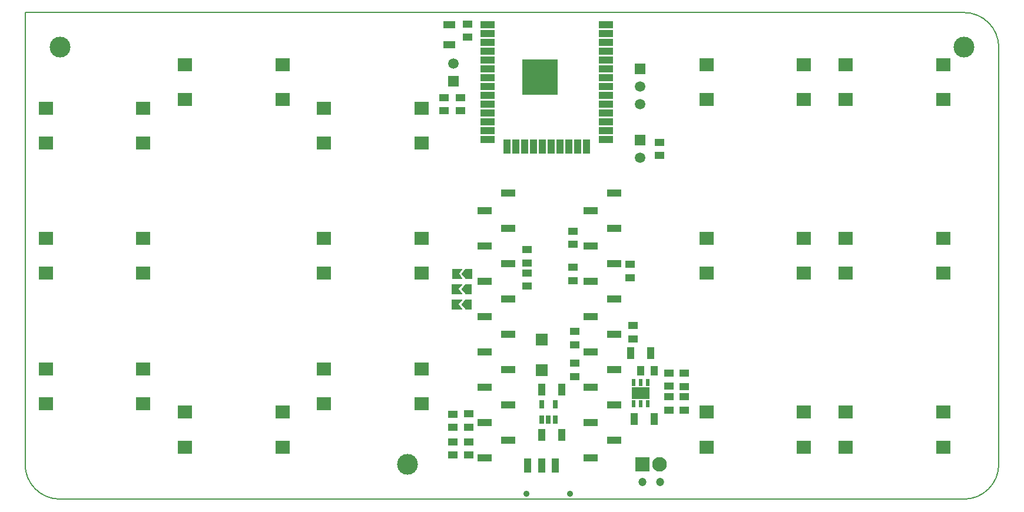
<source format=gts>
%TF.GenerationSoftware,KiCad,Pcbnew,(5.1.6-0-10_14)*%
%TF.CreationDate,2021-04-08T13:55:21+02:00*%
%TF.ProjectId,gp-controlboard,67702d63-6f6e-4747-926f-6c626f617264,rev?*%
%TF.SameCoordinates,Original*%
%TF.FileFunction,Soldermask,Top*%
%TF.FilePolarity,Negative*%
%FSLAX46Y46*%
G04 Gerber Fmt 4.6, Leading zero omitted, Abs format (unit mm)*
G04 Created by KiCad (PCBNEW (5.1.6-0-10_14)) date 2021-04-08 13:55:21*
%MOMM*%
%LPD*%
G01*
G04 APERTURE LIST*
%TA.AperFunction,Profile*%
%ADD10C,0.200000*%
%TD*%
%ADD11C,3.000000*%
%ADD12R,1.000000X1.800000*%
%ADD13R,1.400000X1.000000*%
%ADD14R,1.800000X1.000000*%
%ADD15R,2.100000X2.100000*%
%ADD16C,2.100000*%
%ADD17C,1.200000*%
%ADD18C,1.500000*%
%ADD19R,1.500000X1.500000*%
%ADD20R,2.100000X1.100000*%
%ADD21R,1.000000X1.400000*%
%ADD22R,2.100000X1.900000*%
%ADD23R,1.100000X2.000000*%
%ADD24C,0.900000*%
%ADD25R,0.600000X1.000000*%
%ADD26R,2.600000X1.700000*%
%ADD27R,0.750000X1.160000*%
%ADD28R,5.100000X5.100000*%
%ADD29R,2.100000X1.000000*%
%ADD30R,1.000000X2.100000*%
%ADD31R,1.800000X1.700000*%
%ADD32C,0.100000*%
G04 APERTURE END LIST*
D10*
X105000000Y-140000000D02*
G75*
G02*
X100000000Y-135000000I0J5000000D01*
G01*
X240000000Y-135000000D02*
G75*
G02*
X235000000Y-140000000I-5000000J0D01*
G01*
X235000000Y-70000000D02*
G75*
G02*
X240000000Y-75000000I0J-5000000D01*
G01*
X100000000Y-135000000D02*
X100000000Y-70000000D01*
X235000000Y-140000000D02*
X105000000Y-140000000D01*
X240000000Y-75000000D02*
X240000000Y-135000000D01*
X100000000Y-70000000D02*
X235000000Y-70000000D01*
D11*
%TO.C,VAL\u002A\u002A*%
X155000000Y-135000000D03*
%TD*%
%TO.C,VAL\u002A\u002A*%
X235000000Y-75000000D03*
%TD*%
%TO.C,VAL\u002A\u002A*%
X105000000Y-75000000D03*
%TD*%
D12*
%TO.C,C101*%
X187050000Y-119000000D03*
X189950000Y-119000000D03*
%TD*%
%TO.C,C102*%
X190450000Y-128500000D03*
X187550000Y-128500000D03*
%TD*%
%TO.C,C103*%
X177200000Y-130750000D03*
X174300000Y-130750000D03*
%TD*%
%TO.C,C104*%
X174300000Y-124250000D03*
X177200000Y-124250000D03*
%TD*%
D13*
%TO.C,C105*%
X160200000Y-84150000D03*
X160200000Y-82250000D03*
%TD*%
D14*
%TO.C,C106*%
X161000000Y-71750000D03*
X161000000Y-74650000D03*
%TD*%
D13*
%TO.C,C107*%
X163600000Y-73550000D03*
X163600000Y-71650000D03*
%TD*%
%TO.C,C108*%
X191200000Y-90550000D03*
X191200000Y-88650000D03*
%TD*%
%TO.C,DL101*%
X161500000Y-131750000D03*
X161500000Y-133650000D03*
%TD*%
%TO.C,DL102*%
X194800000Y-125300000D03*
X194800000Y-127200000D03*
%TD*%
%TO.C,DL103*%
X192600000Y-127200000D03*
X192600000Y-125300000D03*
%TD*%
%TO.C,DL104*%
X163750000Y-133650000D03*
X163750000Y-131750000D03*
%TD*%
D15*
%TO.C,P101*%
X188750000Y-135000000D03*
D16*
X191250000Y-135000000D03*
D17*
X188730000Y-137540000D03*
X191270000Y-137540000D03*
%TD*%
D18*
%TO.C,P102*%
X161600000Y-77330000D03*
D19*
X161600000Y-79870000D03*
%TD*%
D20*
%TO.C,P103*%
X184660000Y-95950000D03*
X184660000Y-101030000D03*
X184660000Y-106110000D03*
X184660000Y-111190000D03*
X184660000Y-131510000D03*
X184660000Y-126430000D03*
X184660000Y-121350000D03*
X181350000Y-134050000D03*
X181350000Y-128970000D03*
X181350000Y-123890000D03*
X181350000Y-118810000D03*
X181350000Y-98490000D03*
X181350000Y-103570000D03*
X181350000Y-108650000D03*
X181350000Y-113730000D03*
X184660000Y-116270000D03*
%TD*%
%TO.C,P104*%
X169420000Y-116270000D03*
X166110000Y-113730000D03*
X166110000Y-108650000D03*
X166110000Y-103570000D03*
X166110000Y-98490000D03*
X166110000Y-118810000D03*
X166110000Y-123890000D03*
X166110000Y-128970000D03*
X166110000Y-134050000D03*
X169420000Y-121350000D03*
X169420000Y-126430000D03*
X169420000Y-131510000D03*
X169420000Y-111190000D03*
X169420000Y-106110000D03*
X169420000Y-101030000D03*
X169420000Y-95950000D03*
%TD*%
D18*
%TO.C,P105*%
X188400000Y-80600000D03*
D19*
X188400000Y-78060000D03*
D18*
X188400000Y-83140000D03*
%TD*%
D19*
%TO.C,P106*%
X188400000Y-88330000D03*
D18*
X188400000Y-90870000D03*
%TD*%
D13*
%TO.C,R101*%
X161500000Y-127800000D03*
X161500000Y-129700000D03*
%TD*%
%TO.C,R102*%
X194800000Y-121900000D03*
X194800000Y-123800000D03*
%TD*%
%TO.C,R103*%
X192600000Y-123750000D03*
X192600000Y-121850000D03*
%TD*%
D21*
%TO.C,R104*%
X188550000Y-121500000D03*
X190450000Y-121500000D03*
%TD*%
D13*
%TO.C,R105*%
X163750000Y-129650000D03*
X163750000Y-127750000D03*
%TD*%
%TO.C,R106*%
X162600000Y-82250000D03*
X162600000Y-84150000D03*
%TD*%
%TO.C,R107*%
X172200000Y-106000000D03*
X172200000Y-104100000D03*
%TD*%
%TO.C,R108*%
X172200000Y-107450000D03*
X172200000Y-109350000D03*
%TD*%
D22*
%TO.C,SW101*%
X103000000Y-83750000D03*
X103000000Y-88750000D03*
X117000000Y-83750000D03*
X117000000Y-88750000D03*
%TD*%
%TO.C,SW102*%
X117000000Y-107500000D03*
X117000000Y-102500000D03*
X103000000Y-107500000D03*
X103000000Y-102500000D03*
%TD*%
%TO.C,SW103*%
X103000000Y-121250000D03*
X103000000Y-126250000D03*
X117000000Y-121250000D03*
X117000000Y-126250000D03*
%TD*%
%TO.C,SW104*%
X137000000Y-82500000D03*
X137000000Y-77500000D03*
X123000000Y-82500000D03*
X123000000Y-77500000D03*
%TD*%
%TO.C,SW105*%
X123000000Y-127500000D03*
X123000000Y-132500000D03*
X137000000Y-127500000D03*
X137000000Y-132500000D03*
%TD*%
%TO.C,SW106*%
X157000000Y-88750000D03*
X157000000Y-83750000D03*
X143000000Y-88750000D03*
X143000000Y-83750000D03*
%TD*%
%TO.C,SW107*%
X143000000Y-102500000D03*
X143000000Y-107500000D03*
X157000000Y-102500000D03*
X157000000Y-107500000D03*
%TD*%
%TO.C,SW108*%
X157000000Y-126250000D03*
X157000000Y-121250000D03*
X143000000Y-126250000D03*
X143000000Y-121250000D03*
%TD*%
%TO.C,SW109*%
X198000000Y-77500000D03*
X198000000Y-82500000D03*
X212000000Y-77500000D03*
X212000000Y-82500000D03*
%TD*%
%TO.C,SW110*%
X212000000Y-107500000D03*
X212000000Y-102500000D03*
X198000000Y-107500000D03*
X198000000Y-102500000D03*
%TD*%
%TO.C,SW111*%
X212000000Y-132500000D03*
X212000000Y-127500000D03*
X198000000Y-132500000D03*
X198000000Y-127500000D03*
%TD*%
D23*
%TO.C,SW112*%
X176250000Y-135200000D03*
D24*
X172125000Y-139250000D03*
X178375000Y-139250000D03*
D23*
X174250000Y-135200000D03*
X172250000Y-135200000D03*
%TD*%
D22*
%TO.C,SW113*%
X218000000Y-77500000D03*
X218000000Y-82500000D03*
X232000000Y-77500000D03*
X232000000Y-82500000D03*
%TD*%
%TO.C,SW114*%
X232000000Y-107500000D03*
X232000000Y-102500000D03*
X218000000Y-107500000D03*
X218000000Y-102500000D03*
%TD*%
%TO.C,SW115*%
X218000000Y-127500000D03*
X218000000Y-132500000D03*
X232000000Y-127500000D03*
X232000000Y-132500000D03*
%TD*%
D25*
%TO.C,U101*%
X187500000Y-126250000D03*
X188500000Y-126250000D03*
X189500000Y-126250000D03*
X189500000Y-123250000D03*
X188500000Y-123250000D03*
X187500000Y-123250000D03*
D26*
X188500000Y-124750000D03*
%TD*%
D27*
%TO.C,U102*%
X174300000Y-128600000D03*
X175250000Y-128600000D03*
X176200000Y-128600000D03*
X176200000Y-126400000D03*
X174300000Y-126400000D03*
%TD*%
D28*
%TO.C,U103*%
X174000000Y-79245000D03*
D29*
X166500000Y-71745000D03*
X166500000Y-73015000D03*
X166500000Y-74285000D03*
X166500000Y-75555000D03*
X166500000Y-76825000D03*
X166500000Y-78095000D03*
X166500000Y-79365000D03*
X166500000Y-80635000D03*
X166500000Y-81905000D03*
X166500000Y-83175000D03*
X166500000Y-84445000D03*
X166500000Y-85715000D03*
X166500000Y-86985000D03*
X166500000Y-88255000D03*
D30*
X169285000Y-89255000D03*
X170555000Y-89255000D03*
X171825000Y-89255000D03*
X173095000Y-89255000D03*
X174365000Y-89255000D03*
X175635000Y-89255000D03*
X176905000Y-89255000D03*
X178175000Y-89255000D03*
X179445000Y-89255000D03*
X180715000Y-89255000D03*
D29*
X183500000Y-88255000D03*
X183500000Y-86985000D03*
X183500000Y-85715000D03*
X183500000Y-84445000D03*
X183500000Y-83175000D03*
X183500000Y-81905000D03*
X183500000Y-80635000D03*
X183500000Y-79365000D03*
X183500000Y-78095000D03*
X183500000Y-76825000D03*
X183500000Y-75555000D03*
X183500000Y-74285000D03*
X183500000Y-73015000D03*
X183500000Y-71745000D03*
%TD*%
D31*
%TO.C,D101*%
X174250000Y-121450000D03*
X174250000Y-117050000D03*
%TD*%
D13*
%TO.C,R109*%
X179000000Y-122350000D03*
X179000000Y-120450000D03*
%TD*%
%TO.C,R110*%
X187400000Y-115050000D03*
X187400000Y-116950000D03*
%TD*%
%TO.C,R111*%
X179000000Y-115900000D03*
X179000000Y-117800000D03*
%TD*%
%TO.C,R112*%
X178800000Y-106650000D03*
X178800000Y-108550000D03*
%TD*%
%TO.C,R113*%
X187000000Y-106250000D03*
X187000000Y-108150000D03*
%TD*%
%TO.C,R114*%
X178800000Y-101450000D03*
X178800000Y-103350000D03*
%TD*%
D32*
%TO.C,J101*%
G36*
X162809755Y-111300961D02*
G01*
X162819134Y-111303806D01*
X162827779Y-111308427D01*
X162835355Y-111314645D01*
X162841573Y-111322221D01*
X162846194Y-111330866D01*
X162849039Y-111340245D01*
X162850000Y-111350000D01*
X162849039Y-111359755D01*
X162846194Y-111369134D01*
X162839631Y-111380486D01*
X162363082Y-112000000D01*
X162839631Y-112619514D01*
X162844817Y-112627832D01*
X162848281Y-112637001D01*
X162849889Y-112646670D01*
X162849580Y-112656467D01*
X162847366Y-112666015D01*
X162843331Y-112674948D01*
X162837631Y-112682922D01*
X162830486Y-112689631D01*
X162822168Y-112694817D01*
X162812999Y-112698281D01*
X162800000Y-112700000D01*
X161400000Y-112700000D01*
X161390245Y-112699039D01*
X161380866Y-112696194D01*
X161372221Y-112691573D01*
X161364645Y-112685355D01*
X161358427Y-112677779D01*
X161353806Y-112669134D01*
X161350961Y-112659755D01*
X161350000Y-112650000D01*
X161350000Y-111350000D01*
X161350961Y-111340245D01*
X161353806Y-111330866D01*
X161358427Y-111322221D01*
X161364645Y-111314645D01*
X161372221Y-111308427D01*
X161380866Y-111303806D01*
X161390245Y-111300961D01*
X161400000Y-111300000D01*
X162800000Y-111300000D01*
X162809755Y-111300961D01*
G37*
G36*
X164209755Y-111300961D02*
G01*
X164219134Y-111303806D01*
X164227779Y-111308427D01*
X164235355Y-111314645D01*
X164241573Y-111322221D01*
X164246194Y-111330866D01*
X164249039Y-111340245D01*
X164250000Y-111350000D01*
X164250000Y-112650000D01*
X164249039Y-112659755D01*
X164246194Y-112669134D01*
X164241573Y-112677779D01*
X164235355Y-112685355D01*
X164227779Y-112691573D01*
X164219134Y-112696194D01*
X164209755Y-112699039D01*
X164200000Y-112700000D01*
X163300000Y-112700000D01*
X163290245Y-112699039D01*
X163280866Y-112696194D01*
X163272221Y-112691573D01*
X163264645Y-112685355D01*
X163260369Y-112680486D01*
X162760369Y-112030486D01*
X162755183Y-112022168D01*
X162751719Y-112012999D01*
X162750111Y-112003330D01*
X162750420Y-111993533D01*
X162752634Y-111983985D01*
X162756669Y-111975052D01*
X162760369Y-111969514D01*
X163260369Y-111319514D01*
X163267078Y-111312369D01*
X163275052Y-111306669D01*
X163283985Y-111302634D01*
X163293533Y-111300420D01*
X163300000Y-111300000D01*
X164200000Y-111300000D01*
X164209755Y-111300961D01*
G37*
%TD*%
%TO.C,J102*%
G36*
X164209755Y-109100961D02*
G01*
X164219134Y-109103806D01*
X164227779Y-109108427D01*
X164235355Y-109114645D01*
X164241573Y-109122221D01*
X164246194Y-109130866D01*
X164249039Y-109140245D01*
X164250000Y-109150000D01*
X164250000Y-110450000D01*
X164249039Y-110459755D01*
X164246194Y-110469134D01*
X164241573Y-110477779D01*
X164235355Y-110485355D01*
X164227779Y-110491573D01*
X164219134Y-110496194D01*
X164209755Y-110499039D01*
X164200000Y-110500000D01*
X163300000Y-110500000D01*
X163290245Y-110499039D01*
X163280866Y-110496194D01*
X163272221Y-110491573D01*
X163264645Y-110485355D01*
X163260369Y-110480486D01*
X162760369Y-109830486D01*
X162755183Y-109822168D01*
X162751719Y-109812999D01*
X162750111Y-109803330D01*
X162750420Y-109793533D01*
X162752634Y-109783985D01*
X162756669Y-109775052D01*
X162760369Y-109769514D01*
X163260369Y-109119514D01*
X163267078Y-109112369D01*
X163275052Y-109106669D01*
X163283985Y-109102634D01*
X163293533Y-109100420D01*
X163300000Y-109100000D01*
X164200000Y-109100000D01*
X164209755Y-109100961D01*
G37*
G36*
X162809755Y-109100961D02*
G01*
X162819134Y-109103806D01*
X162827779Y-109108427D01*
X162835355Y-109114645D01*
X162841573Y-109122221D01*
X162846194Y-109130866D01*
X162849039Y-109140245D01*
X162850000Y-109150000D01*
X162849039Y-109159755D01*
X162846194Y-109169134D01*
X162839631Y-109180486D01*
X162363082Y-109800000D01*
X162839631Y-110419514D01*
X162844817Y-110427832D01*
X162848281Y-110437001D01*
X162849889Y-110446670D01*
X162849580Y-110456467D01*
X162847366Y-110466015D01*
X162843331Y-110474948D01*
X162837631Y-110482922D01*
X162830486Y-110489631D01*
X162822168Y-110494817D01*
X162812999Y-110498281D01*
X162800000Y-110500000D01*
X161400000Y-110500000D01*
X161390245Y-110499039D01*
X161380866Y-110496194D01*
X161372221Y-110491573D01*
X161364645Y-110485355D01*
X161358427Y-110477779D01*
X161353806Y-110469134D01*
X161350961Y-110459755D01*
X161350000Y-110450000D01*
X161350000Y-109150000D01*
X161350961Y-109140245D01*
X161353806Y-109130866D01*
X161358427Y-109122221D01*
X161364645Y-109114645D01*
X161372221Y-109108427D01*
X161380866Y-109103806D01*
X161390245Y-109100961D01*
X161400000Y-109100000D01*
X162800000Y-109100000D01*
X162809755Y-109100961D01*
G37*
%TD*%
%TO.C,J103*%
G36*
X162859755Y-106900961D02*
G01*
X162869134Y-106903806D01*
X162877779Y-106908427D01*
X162885355Y-106914645D01*
X162891573Y-106922221D01*
X162896194Y-106930866D01*
X162899039Y-106940245D01*
X162900000Y-106950000D01*
X162899039Y-106959755D01*
X162896194Y-106969134D01*
X162889631Y-106980486D01*
X162413082Y-107600000D01*
X162889631Y-108219514D01*
X162894817Y-108227832D01*
X162898281Y-108237001D01*
X162899889Y-108246670D01*
X162899580Y-108256467D01*
X162897366Y-108266015D01*
X162893331Y-108274948D01*
X162887631Y-108282922D01*
X162880486Y-108289631D01*
X162872168Y-108294817D01*
X162862999Y-108298281D01*
X162850000Y-108300000D01*
X161450000Y-108300000D01*
X161440245Y-108299039D01*
X161430866Y-108296194D01*
X161422221Y-108291573D01*
X161414645Y-108285355D01*
X161408427Y-108277779D01*
X161403806Y-108269134D01*
X161400961Y-108259755D01*
X161400000Y-108250000D01*
X161400000Y-106950000D01*
X161400961Y-106940245D01*
X161403806Y-106930866D01*
X161408427Y-106922221D01*
X161414645Y-106914645D01*
X161422221Y-106908427D01*
X161430866Y-106903806D01*
X161440245Y-106900961D01*
X161450000Y-106900000D01*
X162850000Y-106900000D01*
X162859755Y-106900961D01*
G37*
G36*
X164259755Y-106900961D02*
G01*
X164269134Y-106903806D01*
X164277779Y-106908427D01*
X164285355Y-106914645D01*
X164291573Y-106922221D01*
X164296194Y-106930866D01*
X164299039Y-106940245D01*
X164300000Y-106950000D01*
X164300000Y-108250000D01*
X164299039Y-108259755D01*
X164296194Y-108269134D01*
X164291573Y-108277779D01*
X164285355Y-108285355D01*
X164277779Y-108291573D01*
X164269134Y-108296194D01*
X164259755Y-108299039D01*
X164250000Y-108300000D01*
X163350000Y-108300000D01*
X163340245Y-108299039D01*
X163330866Y-108296194D01*
X163322221Y-108291573D01*
X163314645Y-108285355D01*
X163310369Y-108280486D01*
X162810369Y-107630486D01*
X162805183Y-107622168D01*
X162801719Y-107612999D01*
X162800111Y-107603330D01*
X162800420Y-107593533D01*
X162802634Y-107583985D01*
X162806669Y-107575052D01*
X162810369Y-107569514D01*
X163310369Y-106919514D01*
X163317078Y-106912369D01*
X163325052Y-106906669D01*
X163333985Y-106902634D01*
X163343533Y-106900420D01*
X163350000Y-106900000D01*
X164250000Y-106900000D01*
X164259755Y-106900961D01*
G37*
%TD*%
M02*

</source>
